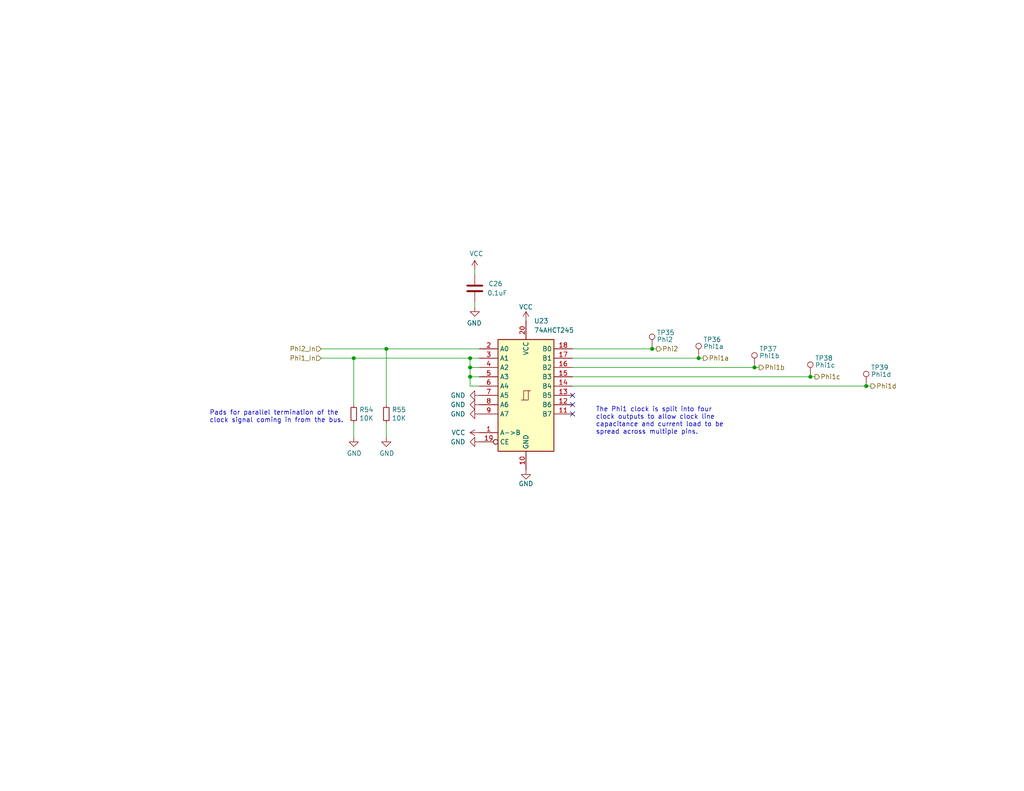
<source format=kicad_sch>
(kicad_sch (version 20250114) (generator "eeschema") (generator_version "9.0")
  (paper "USLetter")
  (title_block (title "Turtle16: Clock Distribution") (date "2023-11-25") (rev "A"))
  (lib_symbols
    (symbol "Connector:TestPoint" (pin_numbers (hide yes)) (pin_names (offset 0.762) (hide yes))
      (property "Reference" "TP" (at 0 6.858 0))
      (property "Value" "TestPoint" (at 0 5.08 0))
      (symbol "TestPoint_0_1"
        (circle (center 0 3.302) (radius 0.762))
      )
      (symbol "TestPoint_1_1"
        (pin passive line (at 0 0 90) (length 2.54) (name "1") (number "1"))
      )
    )
    (symbol "Device:C" (pin_numbers (hide yes)) (pin_names (offset 0.254))
      (property "Reference" "C" (at 0.635 2.54 0))
      (property "Value" "C" (at 0.635 -2.54 0))
      (symbol "C_0_1"
        (polyline (pts (xy -2.032 0.762) (xy 2.032 0.762)) (stroke (width 0.508)))
        (polyline (pts (xy -2.032 -0.762) (xy 2.032 -0.762)) (stroke (width 0.508)))
      )
      (symbol "C_1_1"
        (pin passive line (at 0 3.81 270) (length 2.794) (name "~") (number "1"))
        (pin passive line (at 0 -3.81 90) (length 2.794) (name "~") (number "2"))
      )
    )
    (symbol "Device:R_Small" (pin_numbers (hide yes)) (pin_names (offset 0.254) (hide yes))
      (property "Reference" "R" (at 0.762 0.508 0))
      (property "Value" "R_Small" (at 0.762 -1.016 0))
      (symbol "R_Small_0_1"
        (rectangle (start -0.762 1.778) (end 0.762 -1.778) (stroke (width 0.2032)))
      )
      (symbol "R_Small_1_1"
        (pin passive line (at 0 2.54 270) (length 0.762) (name "~") (number "1"))
        (pin passive line (at 0 -2.54 90) (length 0.762) (name "~") (number "2"))
      )
    )
    (symbol "Turtle16:74AHCT245"
      (property "Reference" "U" (at 0 2.54 0))
      (property "Value" "74AHCT245" (at 0 2.54 0))
      (symbol "74AHCT245_1_0"
        (polyline (pts (xy -1.27 -1.27) (xy 0.635 -1.27) (xy 0.635 1.27) (xy 1.27 1.27)))
        (polyline (pts (xy -0.635 -1.27) (xy -0.635 1.27) (xy 0.635 1.27)))
        (pin tri_state line (at -12.7 12.7 0) (length 5.08) (name "A0") (number "2"))
        (pin tri_state line (at -12.7 10.16 0) (length 5.08) (name "A1") (number "3"))
        (pin tri_state line (at -12.7 7.62 0) (length 5.08) (name "A2") (number "4"))
        (pin tri_state line (at -12.7 5.08 0) (length 5.08) (name "A3") (number "5"))
        (pin tri_state line (at -12.7 2.54 0) (length 5.08) (name "A4") (number "6"))
        (pin tri_state line (at -12.7 0 0) (length 5.08) (name "A5") (number "7"))
        (pin tri_state line (at -12.7 -2.54 0) (length 5.08) (name "A6") (number "8"))
        (pin tri_state line (at -12.7 -5.08 0) (length 5.08) (name "A7") (number "9"))
        (pin input line (at -12.7 -10.16 0) (length 5.08) (name "A->B") (number "1"))
        (pin input inverted (at -12.7 -12.7 0) (length 5.08) (name "CE") (number "19"))
        (pin power_in line (at 0 20.32 270) (length 5.08) (name "VCC") (number "20"))
        (pin power_in line (at 0 -20.32 90) (length 5.08) (name "GND") (number "10"))
        (pin tri_state line (at 12.7 12.7 180) (length 5.08) (name "B0") (number "18"))
        (pin tri_state line (at 12.7 10.16 180) (length 5.08) (name "B1") (number "17"))
        (pin tri_state line (at 12.7 7.62 180) (length 5.08) (name "B2") (number "16"))
        (pin tri_state line (at 12.7 5.08 180) (length 5.08) (name "B3") (number "15"))
        (pin tri_state line (at 12.7 2.54 180) (length 5.08) (name "B4") (number "14"))
        (pin tri_state line (at 12.7 0 180) (length 5.08) (name "B5") (number "13"))
        (pin tri_state line (at 12.7 -2.54 180) (length 5.08) (name "B6") (number "12"))
        (pin tri_state line (at 12.7 -5.08 180) (length 5.08) (name "B7") (number "11"))
      )
      (symbol "74AHCT245_1_1"
        (rectangle (start -7.62 15.24) (end 7.62 -15.24) (stroke (width 0.254)) (fill (type background)))
      )
    )
    (symbol "power:GND" (power) (pin_names (offset 0))
      (property "Value" "GND" (at 0 -3.81 0))
      (symbol "GND_0_1"
        (polyline (pts (xy 0 0) (xy 0 -1.27) (xy 1.27 -1.27) (xy 0 -2.54) (xy -1.27 -1.27) (xy 0 -1.27)))
      )
      (symbol "GND_1_1"
        (pin power_in line (at 0 0 270) (length 0) (hide yes) (name "GND") (number "1"))
      )
    )
    (symbol "power:VCC" (power) (pin_names (offset 0))
      (property "Value" "VCC" (at 0 3.81 0))
      (symbol "VCC_0_1"
        (polyline (pts (xy -0.762 1.27) (xy 0 2.54)))
        (polyline (pts (xy 0 2.54) (xy 0.762 1.27)))
        (polyline (pts (xy 0 0) (xy 0 2.54)))
      )
      (symbol "VCC_1_1"
        (pin power_in line (at 0 0 90) (length 0) (hide yes) (name "VCC") (number "1"))
      )
    )
  )
  (text "The Phi1 clock is split into four\nclock outputs to allow clock line\ncapacitance and current load to be\nspread across multiple pins." (at 162.56 118.745 0) (effects (font (size 1.27 1.27)) (justify left bottom)))
  (text "Pads for parallel termination of the\nclock signal coming in from the bus." (at 57.15 115.57 0) (effects (font (size 1.27 1.27)) (justify left bottom)))
  (junction (at 128.27 102.87))
  (junction (at 236.347 105.41))
  (junction (at 190.627 97.79))
  (junction (at 105.41 95.25))
  (junction (at 221.107 102.87))
  (junction (at 128.27 100.33))
  (junction (at 96.52 97.79))
  (junction (at 205.867 100.33))
  (junction (at 128.27 97.79))
  (junction (at 177.927 95.25))
  (no_connect (at 156.21 107.95))
  (no_connect (at 156.21 110.49))
  (no_connect (at 156.21 113.03))
  (wire (pts (xy 96.52 97.79) (xy 128.27 97.79)))
  (wire (pts (xy 128.27 97.79) (xy 128.27 100.33)))
  (wire (pts (xy 190.627 97.79) (xy 191.897 97.79)))
  (wire (pts (xy 236.347 105.41) (xy 237.617 105.41)))
  (wire (pts (xy 96.52 119.38) (xy 96.52 115.57)))
  (wire (pts (xy 156.21 97.79) (xy 190.627 97.79)))
  (wire (pts (xy 128.27 100.33) (xy 128.27 102.87)))
  (wire (pts (xy 96.52 97.79) (xy 96.52 110.49)))
  (wire (pts (xy 87.63 97.79) (xy 96.52 97.79)))
  (wire (pts (xy 205.867 100.33) (xy 207.137 100.33)))
  (wire (pts (xy 128.27 102.87) (xy 128.27 105.41)))
  (wire (pts (xy 177.927 95.25) (xy 179.197 95.25)))
  (wire (pts (xy 129.54 82.55) (xy 129.54 83.82)))
  (wire (pts (xy 221.107 102.87) (xy 222.377 102.87)))
  (wire (pts (xy 156.21 100.33) (xy 205.867 100.33)))
  (wire (pts (xy 129.54 74.93) (xy 129.54 73.66)))
  (wire (pts (xy 105.41 95.25) (xy 105.41 110.49)))
  (wire (pts (xy 156.21 102.87) (xy 221.107 102.87)))
  (wire (pts (xy 156.21 105.41) (xy 236.347 105.41)))
  (wire (pts (xy 128.27 100.33) (xy 130.81 100.33)))
  (wire (pts (xy 128.27 105.41) (xy 130.81 105.41)))
  (wire (pts (xy 128.27 102.87) (xy 130.81 102.87)))
  (wire (pts (xy 105.41 119.38) (xy 105.41 115.57)))
  (wire (pts (xy 105.41 95.25) (xy 130.81 95.25)))
  (wire (pts (xy 128.27 97.79) (xy 130.81 97.79)))
  (wire (pts (xy 156.21 95.25) (xy 177.927 95.25)))
  (wire (pts (xy 87.63 95.25) (xy 105.41 95.25)))
  (hierarchical_label "Phi1d" (shape output) (at 237.617 105.41 0))
  (hierarchical_label "Phi1a" (shape output) (at 191.897 97.79 0))
  (hierarchical_label "Phi1b" (shape output) (at 207.137 100.33 0))
  (hierarchical_label "Phi2_In" (shape input) (at 87.63 95.25 180))
  (hierarchical_label "Phi1c" (shape output) (at 222.377 102.87 0))
  (hierarchical_label "Phi1_In" (shape input) (at 87.63 97.79 180))
  (hierarchical_label "Phi2" (shape output) (at 179.197 95.25 0))
  (symbol (lib_id "Device:R_Small") (at 96.52 113.03 0) (unit 1)
    (property "Reference" "R54" (at 98.0186 111.8616 0) (effects (justify left)))
    (property "Value" "10K" (at 98.0186 114.173 0) (effects (justify left)))
    (property "Footprint" "Resistor_SMD:R_0603_1608Metric" (effects (hide yes)))
    (property "Datasheet" "https://www.mouser.com/datasheet/2/54/cr-1858361.pdf" (effects (hide yes)))
    (property "Manufacturer" "Bourns" (effects (hide yes)))
    (property "Manufacturer#" "CR0603-FX-1002ELF" (effects (hide yes)))
    (property "Mouser#" "652-CR0603FX-1002ELF" (effects (hide yes)))
    (property "Digikey#" "CR0603-FX-1002ELFCT-N" (effects (hide yes)))
  )
  (symbol (lib_id "power:VCC") (at 143.51 87.63 0) (unit 1)
    (property "Reference" "#PWR0154" (effects (hide yes)))
    (property "Value" "VCC" (at 143.51 83.82 0))
  )
  (symbol (lib_id "Device:C") (at 129.54 78.74 0) (mirror y) (unit 1)
    (property "Reference" "C26" (at 137.16 77.47 0) (effects (justify left)))
    (property "Value" "0.1uF" (at 138.43 80.01 0) (effects (justify left)))
    (property "Footprint" "Capacitor_SMD:C_0603_1608Metric" (effects (hide yes)))
    (property "Datasheet" "https://www.mouser.com/datasheet/2/396/taiyo_yuden_12132018_mlcc11_hq_e-1510082.pdf" (effects (hide yes)))
    (property "Manufacturer" "Taiyo Yuden" (effects (hide yes)))
    (property "Manufacturer#" "EMK107B7104KAHT" (effects (hide yes)))
    (property "Mouser#" "963-EMK107B7104KAHT" (effects (hide yes)))
    (property "Digikey#" "587-6004-1-ND" (effects (hide yes)))
  )
  (symbol (lib_id "Connector:TestPoint") (at 205.867 100.33 0) (unit 1) (in_bom no)
    (property "Reference" "TP37" (at 207.137 95.25 0) (effects (justify left)))
    (property "Value" "Phi1b" (at 207.137 97.155 0) (effects (justify left)))
    (property "Footprint" "TestPoint:TestPoint_Pad_D1.0mm" (effects (hide yes)))
  )
  (symbol (lib_id "Connector:TestPoint") (at 190.627 97.79 0) (unit 1) (in_bom no)
    (property "Reference" "TP36" (at 191.897 92.71 0) (effects (justify left)))
    (property "Value" "Phi1a" (at 191.897 94.615 0) (effects (justify left)))
    (property "Footprint" "TestPoint:TestPoint_Pad_D1.0mm" (effects (hide yes)))
  )
  (symbol (lib_id "power:GND") (at 105.41 119.38 0) (unit 1)
    (property "Reference" "#PWR0449" (effects (hide yes)))
    (property "Value" "GND" (at 105.537 123.7742 0))
  )
  (symbol (lib_id "power:GND") (at 130.81 120.65 270) (unit 1)
    (property "Reference" "#PWR0153" (effects (hide yes)))
    (property "Value" "GND" (at 127 120.65 90) (effects (justify right)))
  )
  (symbol (lib_id "Device:R_Small") (at 105.41 113.03 0) (unit 1)
    (property "Reference" "R55" (at 106.9086 111.8616 0) (effects (justify left)))
    (property "Value" "10K" (at 106.9086 114.173 0) (effects (justify left)))
    (property "Footprint" "Resistor_SMD:R_0603_1608Metric" (effects (hide yes)))
    (property "Datasheet" "https://www.mouser.com/datasheet/2/54/cr-1858361.pdf" (effects (hide yes)))
    (property "Manufacturer" "Bourns" (effects (hide yes)))
    (property "Manufacturer#" "CR0603-FX-1002ELF" (effects (hide yes)))
    (property "Mouser#" "652-CR0603FX-1002ELF" (effects (hide yes)))
    (property "Digikey#" "CR0603-FX-1002ELFCT-N" (effects (hide yes)))
  )
  (symbol (lib_id "power:GND") (at 130.81 110.49 270) (unit 1)
    (property "Reference" "#PWR0150" (effects (hide yes)))
    (property "Value" "GND" (at 127 110.49 90) (effects (justify right)))
  )
  (symbol (lib_id "power:VCC") (at 130.81 118.11 90) (unit 1)
    (property "Reference" "#PWR0152" (effects (hide yes)))
    (property "Value" "VCC" (at 127 118.11 90) (effects (justify left)))
  )
  (symbol (lib_id "Connector:TestPoint") (at 236.347 105.41 0) (unit 1) (in_bom no)
    (property "Reference" "TP39" (at 237.617 100.33 0) (effects (justify left)))
    (property "Value" "Phi1d" (at 237.617 102.235 0) (effects (justify left)))
    (property "Footprint" "TestPoint:TestPoint_Pad_D1.0mm" (effects (hide yes)))
  )
  (symbol (lib_id "power:GND") (at 130.81 107.95 270) (unit 1)
    (property "Reference" "#PWR0149" (effects (hide yes)))
    (property "Value" "GND" (at 127 107.95 90) (effects (justify right)))
  )
  (symbol (lib_id "power:GND") (at 96.52 119.38 0) (unit 1)
    (property "Reference" "#PWR0448" (effects (hide yes)))
    (property "Value" "GND" (at 96.647 123.7742 0))
  )
  (symbol (lib_id "Connector:TestPoint") (at 177.927 95.25 0) (unit 1) (in_bom no)
    (property "Reference" "TP35" (at 179.197 90.805 0) (effects (justify left)))
    (property "Value" "Phi2" (at 179.197 92.71 0) (effects (justify left)))
    (property "Footprint" "TestPoint:TestPoint_Pad_D1.0mm" (effects (hide yes)))
  )
  (symbol (lib_id "Connector:TestPoint") (at 221.107 102.87 0) (unit 1) (in_bom no)
    (property "Reference" "TP38" (at 222.377 97.79 0) (effects (justify left)))
    (property "Value" "Phi1c" (at 222.377 99.695 0) (effects (justify left)))
    (property "Footprint" "TestPoint:TestPoint_Pad_D1.0mm" (effects (hide yes)))
  )
  (symbol (lib_id "power:GND") (at 130.81 113.03 270) (unit 1)
    (property "Reference" "#PWR0151" (effects (hide yes)))
    (property "Value" "GND" (at 127 113.03 90) (effects (justify right)))
  )
  (symbol (lib_id "power:GND") (at 129.54 83.82 0) (mirror y) (unit 1)
    (property "Reference" "#PWR0148" (effects (hide yes)))
    (property "Value" "GND" (at 129.413 88.2142 0))
  )
  (symbol (lib_id "power:VCC") (at 129.54 73.66 0) (unit 1)
    (property "Reference" "#PWR0147" (effects (hide yes)))
    (property "Value" "VCC" (at 129.9718 69.2658 0))
  )
  (symbol (lib_id "Turtle16:74AHCT245") (at 143.51 107.95 0) (unit 1)
    (property "Reference" "U23" (at 145.7041 87.63 0) (effects (justify left)))
    (property "Value" "74AHCT245" (at 145.7041 90.17 0) (effects (justify left)))
    (property "Footprint" "Package_SO:TSSOP-20_4.4x6.5mm_P0.65mm" (effects (hide yes)))
    (property "Datasheet" "https://www.ti.com/general/docs/suppproductinfo.tsp?distId=26&gotoUrl=https://www.ti.com/lit/gpn/sn74ahct245" (effects (hide yes)))
    (property "Manufacturer" "Texas Instruments" (effects (hide yes)))
    (property "Manufacturer#" "SN74AHCT245PWR" (effects (hide yes)))
    (property "Mouser#" "595-SN74AHCT245PWR" (effects (hide yes)))
    (property "Digikey#" "296-1118-1-ND" (effects (hide yes)))
  )
  (symbol (lib_id "power:GND") (at 143.51 128.27 0) (unit 1)
    (property "Reference" "#PWR0155" (effects (hide yes)))
    (property "Value" "GND" (at 143.51 132.08 0))
  )
)
</source>
